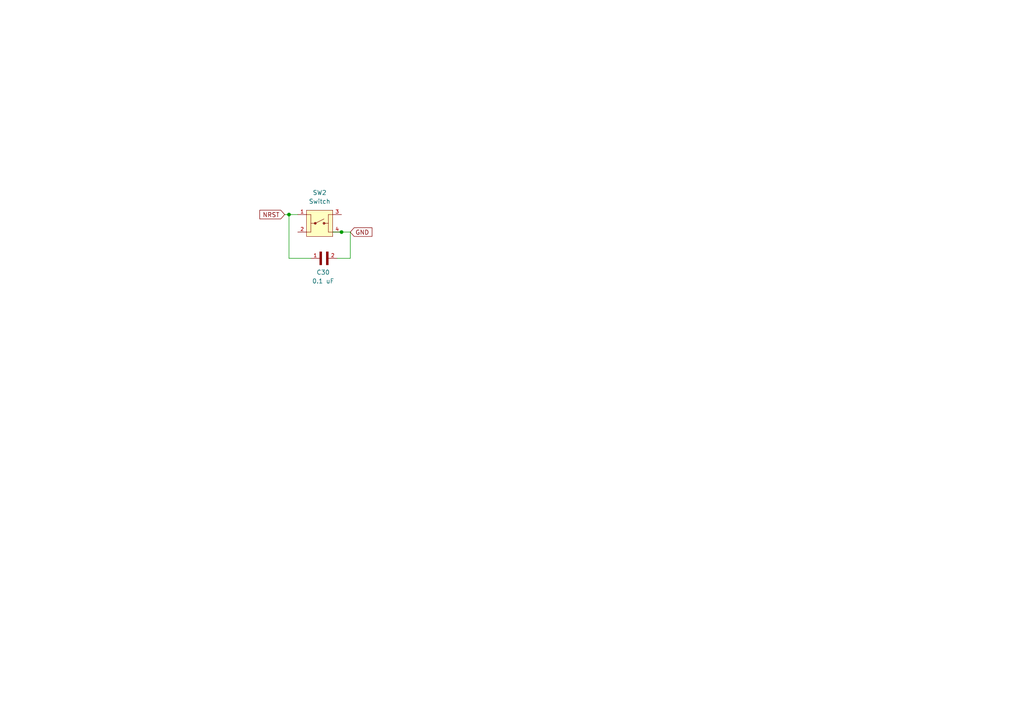
<source format=kicad_sch>
(kicad_sch (version 20250114) (generator "eeschema") (generator_version "9.0")
  (paper "A4")
  (lib_symbols
    (symbol "10uF_Capacitor_GRM188R61C106MAALD:GRM188R61C106MAALD" (pin_names (offset 1.016))
      (property "Reference" "C" (at 0 3.8109 0))
      (property "Value" "GRM188R61C106MAALD" (at 0 -5.0885 0))
      (symbol "GRM188R61C106MAALD_0_0"
        (rectangle (start 0 -1.9069) (end 0.635 1.905) (stroke (width 0.1)) (fill (type outline)))
        (rectangle (start 1.9069 -1.9069) (end 2.54 1.905) (stroke (width 0.1)) (fill (type outline)))
        (pin passive line (at -2.54 0 0) (length 2.54) (name "~") (number "1"))
        (pin passive line (at 5.08 0 180) (length 2.54) (name "~") (number "2"))
      )
    )
    (symbol "Switch_4-1437565-2:4-1437565-2" (pin_names (offset 1.016))
      (property "Reference" "SW" (at -4.0664 4.3205 0))
      (property "Value" "4-1437565-2" (at -4.5797 -6.1062 0))
      (symbol "4-1437565-2_0_0"
        (polyline (pts (xy -3.81 2.54) (xy -2.54 2.54)) (stroke (width 0.127)))
        (rectangle (start -3.81 -3.81) (end 3.81 3.81) (stroke (width 0.127)) (fill (type background)))
        (polyline (pts (xy -2.54 2.54) (xy -2.54 -2.54)) (stroke (width 0.127)))
        (polyline (pts (xy -2.54 0) (xy -1.27 0)) (stroke (width 0.127)))
        (polyline (pts (xy -2.54 -2.54) (xy -3.81 -2.54)) (stroke (width 0.127)))
        (circle (center -1.27 0) (radius 0.254) (stroke (width 0.2159)))
        (polyline (pts (xy -1.27 0) (xy 1.27 1.27)) (stroke (width 0.127)))
        (polyline (pts (xy 1.27 0) (xy 2.54 0)) (stroke (width 0.127)))
        (circle (center 1.27 0) (radius 0.254) (stroke (width 0.2159)))
        (polyline (pts (xy 2.54 2.54) (xy 2.54 -2.54)) (stroke (width 0.127)))
        (polyline (pts (xy 2.54 -2.54) (xy 3.81 -2.54)) (stroke (width 0.127)))
        (polyline (pts (xy 3.81 2.54) (xy 2.54 2.54)) (stroke (width 0.127)))
        (pin passive line (at -6.35 2.54 0) (length 2.54) (name "~") (number "1"))
        (pin passive line (at -6.35 -2.54 0) (length 2.54) (name "~") (number "2"))
        (pin passive line (at 6.35 2.54 180) (length 2.54) (name "~") (number "3"))
        (pin passive line (at 6.35 -2.54 180) (length 2.54) (name "~") (number "4"))
      )
    )
  )
  (junction (at 83.82 62.23))
  (junction (at 99.06 67.31))
  (wire (pts (xy 83.82 62.23) (xy 83.82 74.93)))
  (wire (pts (xy 96.52 67.31) (xy 99.06 67.31)))
  (wire (pts (xy 83.82 74.93) (xy 90.17 74.93)))
  (wire (pts (xy 82.55 62.23) (xy 83.82 62.23)))
  (wire (pts (xy 97.79 74.93) (xy 101.6 74.93)))
  (wire (pts (xy 83.82 62.23) (xy 86.36 62.23)))
  (wire (pts (xy 101.6 74.93) (xy 101.6 67.31)))
  (wire (pts (xy 99.06 67.31) (xy 101.6 67.31)))
  (global_label "GND" (shape input) (at 101.6 67.31 0) (property "Intersheetrefs" "${INTERSHEET_REFS}" (effects (hide yes))))
  (global_label "NRST" (shape input) (at 82.55 62.23 180) (property "Intersheetrefs" "${INTERSHEET_REFS}" (effects (hide yes))))
  (symbol (lib_id "10uF_Capacitor_GRM188R61C106MAALD:GRM188R61C106MAALD") (at 92.71 74.93 0) (unit 1)
    (property "Reference" "C30" (at 93.726 78.994 0))
    (property "Value" "0.1 uF" (at 93.726 81.534 0))
    (property "Footprint" "0.1µFCapacitor_footprints:CAP_0402_N_WAL-L" (effects (hide yes)))
  )
  (symbol (lib_id "Switch_4-1437565-2:4-1437565-2") (at 92.71 64.77 0) (unit 1)
    (property "Reference" "SW2" (at 92.71 55.88 0))
    (property "Value" "Switch" (at 92.71 58.42 0))
    (property "Footprint" "Switch_FSM4JSMATR_footprint:SW_4-1437565-2" (effects (hide yes)))
    (property "PARTREV" "V" (effects (hide yes)))
    (property "STANDARD" "Manufacturer Recommendations" (effects (hide yes)))
    (property "MANUFACTURER" "TE Connectivity ALCOSWITCH Switches" (effects (hide yes)))
  )
)
</source>
